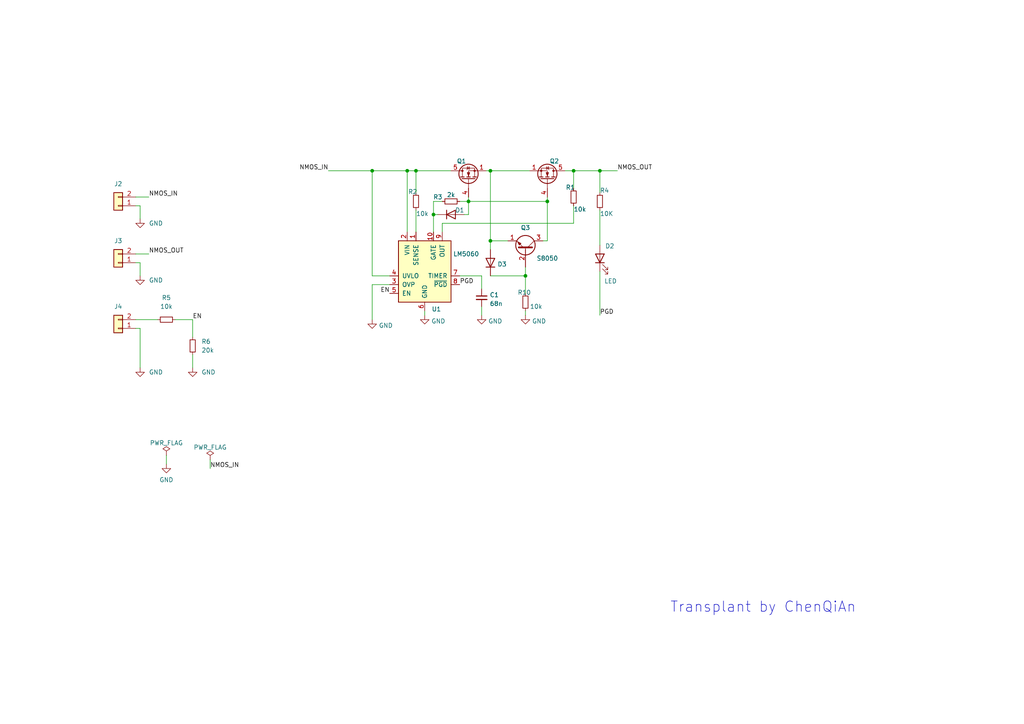
<source format=kicad_sch>
(kicad_sch (version 20211123) (generator eeschema)
  (paper "A4")
  (lib_symbols
    (symbol "Connector_Generic:Conn_01x02" (pin_names (offset 1.016) hide)
      (property "Reference" "J" (at 0 2.54 0))
      (property "Value" "Conn_01x02" (at 0 -5.08 0))
      (symbol "Conn_01x02_1_1"
        (rectangle (start -1.27 -2.413) (end 0 -2.667) (stroke (width 0.1524)))
        (rectangle (start -1.27 0.127) (end 0 -0.127) (stroke (width 0.1524)))
        (rectangle (start -1.27 1.27) (end 1.27 -3.81) (stroke (width 0.254)) (fill (type background)))
        (pin passive line (at -5.08 0 0) (length 3.81) (name "Pin_1") (number "1"))
        (pin passive line (at -5.08 -2.54 0) (length 3.81) (name "Pin_2") (number "2"))
      )
    )
    (symbol "Device:C_Small" (pin_numbers hide) (pin_names (offset 0.254) hide)
      (property "Reference" "C" (at 0.254 1.778 0))
      (property "Value" "C_Small" (at 0.254 -2.032 0))
      (symbol "C_Small_0_1"
        (polyline (pts (xy -1.524 -0.508) (xy 1.524 -0.508)) (stroke (width 0.3302)))
        (polyline (pts (xy -1.524 0.508) (xy 1.524 0.508)) (stroke (width 0.3048)))
      )
      (symbol "C_Small_1_1"
        (pin passive line (at 0 2.54 270) (length 2.032) (name "~") (number "1"))
        (pin passive line (at 0 -2.54 90) (length 2.032) (name "~") (number "2"))
      )
    )
    (symbol "Device:LED" (pin_numbers hide) (pin_names (offset 1.016) hide)
      (property "Reference" "D" (at 0 2.54 0))
      (property "Value" "LED" (at 0 -2.54 0))
      (symbol "LED_0_1"
        (polyline (pts (xy -1.27 -1.27) (xy -1.27 1.27)) (stroke (width 0.254)))
        (polyline (pts (xy -1.27 0) (xy 1.27 0)))
        (polyline (pts (xy 1.27 -1.27) (xy 1.27 1.27) (xy -1.27 0) (xy 1.27 -1.27)) (stroke (width 0.254)))
        (polyline (pts (xy -3.048 -0.762) (xy -4.572 -2.286) (xy -3.81 -2.286) (xy -4.572 -2.286) (xy -4.572 -1.524)))
        (polyline (pts (xy -1.778 -0.762) (xy -3.302 -2.286) (xy -2.54 -2.286) (xy -3.302 -2.286) (xy -3.302 -1.524)))
      )
      (symbol "LED_1_1"
        (pin passive line (at -3.81 0 0) (length 2.54) (name "K") (number "1"))
        (pin passive line (at 3.81 0 180) (length 2.54) (name "A") (number "2"))
      )
    )
    (symbol "Device:R_Small" (pin_numbers hide) (pin_names (offset 0.254) hide)
      (property "Reference" "R" (at 0.762 0.508 0))
      (property "Value" "R_Small" (at 0.762 -1.016 0))
      (symbol "R_Small_0_1"
        (rectangle (start -0.762 1.778) (end 0.762 -1.778) (stroke (width 0.2032)))
      )
      (symbol "R_Small_1_1"
        (pin passive line (at 0 2.54 270) (length 0.762) (name "~") (number "1"))
        (pin passive line (at 0 -2.54 90) (length 0.762) (name "~") (number "2"))
      )
    )
    (symbol "Diode:1N4001" (pin_numbers hide) (pin_names (offset 1.016) hide)
      (property "Reference" "D" (at 0 2.54 0))
      (property "Value" "1N4001" (at 0 -2.54 0))
      (symbol "1N4001_0_1"
        (polyline (pts (xy -1.27 1.27) (xy -1.27 -1.27)) (stroke (width 0.254)))
        (polyline (pts (xy 1.27 0) (xy -1.27 0)))
        (polyline (pts (xy 1.27 1.27) (xy 1.27 -1.27) (xy -1.27 0) (xy 1.27 1.27)) (stroke (width 0.254)))
      )
      (symbol "1N4001_1_1"
        (pin passive line (at -3.81 0 0) (length 2.54) (name "K") (number "1"))
        (pin passive line (at 3.81 0 180) (length 2.54) (name "A") (number "2"))
      )
    )
    (symbol "Power_Management:LM5060" (pin_names (offset 1.016))
      (property "Reference" "U" (at -7.62 -11.43 0))
      (property "Value" "LM5060" (at 1.27 -11.43 0))
      (symbol "LM5060_0_1"
        (rectangle (start 7.62 7.62) (end -7.62 -10.16) (stroke (width 0.254)) (fill (type background)))
      )
      (symbol "LM5060_1_0"
        (pin power_in line (at 0 -12.7 90) (length 2.54) (name "GND") (number "6"))
      )
      (symbol "LM5060_1_1"
        (pin input line (at -2.54 10.16 270) (length 2.54) (name "SENSE") (number "1"))
        (pin output line (at 2.54 10.16 270) (length 2.54) (name "GATE") (number "10"))
        (pin power_in line (at -5.08 10.16 270) (length 2.54) (name "VIN") (number "2"))
        (pin input line (at -10.16 -5.08 0) (length 2.54) (name "OVP") (number "3"))
        (pin input line (at -10.16 -2.54 0) (length 2.54) (name "UVLO") (number "4"))
        (pin input line (at -10.16 -7.62 0) (length 2.54) (name "EN") (number "5"))
        (pin input line (at 10.16 -2.54 180) (length 2.54) (name "TIMER") (number "7"))
        (pin open_collector line (at 10.16 -5.08 180) (length 2.54) (name "~{PGD}") (number "8"))
        (pin input line (at 5.08 10.16 270) (length 2.54) (name "OUT") (number "9"))
      )
    )
    (symbol "Transistor_BJT:S8050" (pin_names (offset 0) hide)
      (property "Reference" "Q" (at 5.08 1.905 0))
      (property "Value" "S8050" (at 5.08 0 0))
      (symbol "S8050_0_1"
        (polyline (pts (xy 0 0) (xy 0.635 0)))
        (polyline (pts (xy 0.635 0.635) (xy 2.54 2.54)))
        (polyline (pts (xy 0.635 -0.635) (xy 2.54 -2.54) (xy 2.54 -2.54)))
        (polyline (pts (xy 0.635 1.905) (xy 0.635 -1.905) (xy 0.635 -1.905)) (stroke (width 0.508)))
        (polyline (pts (xy 1.27 -1.778) (xy 1.778 -1.27) (xy 2.286 -2.286) (xy 1.27 -1.778) (xy 1.27 -1.778)) (fill (type outline)))
        (circle (center 1.27 0) (radius 2.8194) (stroke (width 0.254)))
      )
      (symbol "S8050_1_1"
        (pin passive line (at 2.54 -5.08 90) (length 2.54) (name "E") (number "1"))
        (pin input line (at -5.08 0 0) (length 5.08) (name "B") (number "2"))
        (pin passive line (at 2.54 5.08 270) (length 2.54) (name "C") (number "3"))
      )
    )
    (symbol "Transistor_FET:CSD18540Q5B" (pin_names hide)
      (property "Reference" "Q" (at 5.08 1.905 0))
      (property "Value" "CSD18540Q5B" (at 5.08 0 0))
      (symbol "CSD18540Q5B_0_1"
        (polyline (pts (xy 0.254 0) (xy -2.54 0)))
        (polyline (pts (xy 0.254 1.905) (xy 0.254 -1.905)) (stroke (width 0.254)))
        (polyline (pts (xy 0.762 -1.27) (xy 0.762 -2.286)) (stroke (width 0.254)))
        (polyline (pts (xy 0.762 0.508) (xy 0.762 -0.508)) (stroke (width 0.254)))
        (polyline (pts (xy 0.762 2.286) (xy 0.762 1.27)) (stroke (width 0.254)))
        (polyline (pts (xy 2.54 2.54) (xy 2.54 1.778)))
        (polyline (pts (xy 2.54 -2.54) (xy 2.54 0) (xy 0.762 0)))
        (polyline (pts (xy 0.762 -1.778) (xy 3.302 -1.778) (xy 3.302 1.778) (xy 0.762 1.778)))
        (polyline (pts (xy 1.016 0) (xy 2.032 0.381) (xy 2.032 -0.381) (xy 1.016 0)) (fill (type outline)))
        (polyline (pts (xy 2.794 0.508) (xy 2.921 0.381) (xy 3.683 0.381) (xy 3.81 0.254)))
        (polyline (pts (xy 3.302 0.381) (xy 2.921 -0.254) (xy 3.683 -0.254) (xy 3.302 0.381)))
        (circle (center 1.651 0) (radius 2.794) (stroke (width 0.254)))
        (circle (center 2.54 -1.778) (radius 0.254) (fill (type outline)))
        (circle (center 2.54 1.778) (radius 0.254) (fill (type outline)))
      )
      (symbol "CSD18540Q5B_1_1"
        (pin passive line (at 2.54 -5.08 90) (length 2.54) (name "S") (number "1"))
        (pin passive line (at 2.54 -5.08 90) (length 2.54) hide (name "S") (number "2"))
        (pin passive line (at 2.54 -5.08 90) (length 2.54) hide (name "S") (number "3"))
        (pin passive line (at -5.08 0 0) (length 2.54) (name "G") (number "4"))
        (pin passive line (at 2.54 5.08 270) (length 2.54) (name "D") (number "5"))
      )
    )
    (symbol "power:GND" (power) (pin_names (offset 0))
      (property "Value" "GND" (at 0 -3.81 0))
      (symbol "GND_0_1"
        (polyline (pts (xy 0 0) (xy 0 -1.27) (xy 1.27 -1.27) (xy 0 -2.54) (xy -1.27 -1.27) (xy 0 -1.27)))
      )
      (symbol "GND_1_1"
        (pin power_in line (at 0 0 270) (length 0) hide (name "GND") (number "1"))
      )
    )
    (symbol "power:PWR_FLAG" (power) (pin_numbers hide) (pin_names (offset 0) hide)
      (property "Value" "PWR_FLAG" (at 0 3.81 0))
      (symbol "PWR_FLAG_0_0"
        (pin power_out line (at 0 0 90) (length 0) (name "pwr") (number "1"))
      )
      (symbol "PWR_FLAG_0_1"
        (polyline (pts (xy 0 0) (xy 0 1.27) (xy -1.016 1.905) (xy 0 2.54) (xy 1.016 1.905) (xy 0 1.27)))
      )
    )
  )
  (junction (at 125.73 62.23))
  (junction (at 120.65 49.53))
  (junction (at 152.4 80.01))
  (junction (at 166.37 49.53))
  (junction (at 142.24 49.53))
  (junction (at 158.75 58.42))
  (junction (at 118.11 49.53))
  (junction (at 107.95 49.53))
  (junction (at 173.99 49.53))
  (junction (at 135.89 58.42))
  (junction (at 142.24 69.85))
  (wire (pts (xy 173.99 60.96) (xy 173.99 71.12)))
  (wire (pts (xy 152.4 90.17) (xy 152.4 91.44)))
  (wire (pts (xy 125.73 62.23) (xy 125.73 67.31)))
  (wire (pts (xy 123.19 90.17) (xy 123.19 91.44)))
  (wire (pts (xy 163.83 49.53) (xy 166.37 49.53)))
  (wire (pts (xy 139.7 80.01) (xy 139.7 83.82)))
  (wire (pts (xy 39.37 73.66) (xy 43.18 73.66)))
  (wire (pts (xy 48.26 132.08) (xy 48.26 134.62)))
  (wire (pts (xy 107.95 49.53) (xy 107.95 80.01)))
  (wire (pts (xy 39.37 92.71) (xy 45.72 92.71)))
  (wire (pts (xy 142.24 49.53) (xy 142.24 69.85)))
  (wire (pts (xy 139.7 88.9) (xy 139.7 91.44)))
  (wire (pts (xy 166.37 49.53) (xy 166.37 54.61)))
  (wire (pts (xy 125.73 62.23) (xy 127 62.23)))
  (wire (pts (xy 142.24 49.53) (xy 153.67 49.53)))
  (wire (pts (xy 142.24 69.85) (xy 142.24 72.39)))
  (wire (pts (xy 60.96 133.35) (xy 60.96 135.89)))
  (wire (pts (xy 166.37 59.69) (xy 166.37 64.77)))
  (wire (pts (xy 128.27 58.42) (xy 125.73 58.42)))
  (wire (pts (xy 120.65 60.96) (xy 120.65 67.31)))
  (wire (pts (xy 142.24 80.01) (xy 152.4 80.01)))
  (wire (pts (xy 120.65 49.53) (xy 120.65 55.88)))
  (wire (pts (xy 157.48 69.85) (xy 158.75 69.85)))
  (wire (pts (xy 39.37 57.15) (xy 43.18 57.15)))
  (wire (pts (xy 158.75 58.42) (xy 158.75 57.15)))
  (wire (pts (xy 118.11 49.53) (xy 118.11 67.31)))
  (wire (pts (xy 107.95 49.53) (xy 118.11 49.53)))
  (wire (pts (xy 125.73 58.42) (xy 125.73 62.23)))
  (wire (pts (xy 134.62 62.23) (xy 135.89 62.23)))
  (wire (pts (xy 40.64 63.5) (xy 40.64 59.69)))
  (wire (pts (xy 120.65 49.53) (xy 130.81 49.53)))
  (wire (pts (xy 55.88 92.71) (xy 55.88 97.79)))
  (wire (pts (xy 40.64 80.01) (xy 40.64 76.2)))
  (wire (pts (xy 142.24 69.85) (xy 147.32 69.85)))
  (wire (pts (xy 107.95 80.01) (xy 113.03 80.01)))
  (wire (pts (xy 128.27 64.77) (xy 166.37 64.77)))
  (wire (pts (xy 128.27 64.77) (xy 128.27 67.31)))
  (wire (pts (xy 140.97 49.53) (xy 142.24 49.53)))
  (wire (pts (xy 135.89 62.23) (xy 135.89 58.42)))
  (wire (pts (xy 50.8 92.71) (xy 55.88 92.71)))
  (wire (pts (xy 152.4 80.01) (xy 152.4 85.09)))
  (wire (pts (xy 158.75 69.85) (xy 158.75 58.42)))
  (wire (pts (xy 40.64 59.69) (xy 39.37 59.69)))
  (wire (pts (xy 173.99 49.53) (xy 179.07 49.53)))
  (wire (pts (xy 152.4 80.01) (xy 152.4 77.47)))
  (wire (pts (xy 173.99 78.74) (xy 173.99 91.44)))
  (wire (pts (xy 166.37 49.53) (xy 173.99 49.53)))
  (wire (pts (xy 135.89 58.42) (xy 135.89 57.15)))
  (wire (pts (xy 40.64 106.68) (xy 40.64 95.25)))
  (wire (pts (xy 118.11 49.53) (xy 120.65 49.53)))
  (wire (pts (xy 40.64 95.25) (xy 39.37 95.25)))
  (wire (pts (xy 133.35 80.01) (xy 139.7 80.01)))
  (wire (pts (xy 173.99 49.53) (xy 173.99 55.88)))
  (wire (pts (xy 40.64 76.2) (xy 39.37 76.2)))
  (wire (pts (xy 133.35 58.42) (xy 135.89 58.42)))
  (wire (pts (xy 107.95 82.55) (xy 107.95 92.71)))
  (wire (pts (xy 95.25 49.53) (xy 107.95 49.53)))
  (wire (pts (xy 135.89 58.42) (xy 158.75 58.42)))
  (wire (pts (xy 55.88 102.87) (xy 55.88 106.68)))
  (wire (pts (xy 113.03 82.55) (xy 107.95 82.55)))
  (text "Transplant by ChenQiAn" (at 194.31 177.927 0) (effects (font (size 3 3)) (justify left bottom)))
  (label "NMOS_OUT" (at 179.07 49.53 0))
  (label "EN" (at 55.88 92.71 0))
  (label "NMOS_IN" (at 43.18 57.15 0))
  (label "NMOS_OUT" (at 43.18 73.66 0))
  (label "NMOS_IN" (at 95.25 49.53 180))
  (label "EN" (at 113.03 85.09 180))
  (label "PGD" (at 133.35 82.55 0))
  (label "PGD" (at 173.99 91.44 0))
  (label "NMOS_IN" (at 60.96 135.89 0))
  (symbol (lib_id "power:GND") (at 107.95 92.71 0) (mirror y) (unit 1)
    (property "Reference" "#PWR09" (effects hide))
    (property "Value" "GND" (at 109.855 94.4138 0) (effects (justify right)))
  )
  (symbol (lib_id "Power_Management:LM5060") (at 123.19 77.47 0) (unit 1)
    (property "Reference" "U1" (at 125.2094 89.6604 0) (effects (justify left)))
    (property "Value" "LM5060" (at 131.445 73.66 0) (effects (justify left)))
    (property "Footprint" "Package_SO:MSOP-10_3x3mm_P0.5mm" (effects hide))
    (property "Datasheet" "http://www.ti.com/lit/ds/symlink/lm5060.pdf" (effects hide))
  )
  (symbol (lib_id "Device:C_Small") (at 139.7 86.36 0) (unit 1)
    (property "Reference" "C1" (at 142.0241 85.5316 0) (effects (justify left)))
    (property "Value" "68n" (at 142.0241 88.0685 0) (effects (justify left)))
    (property "Footprint" "Capacitor_SMD:C_0603_1608Metric" (effects hide))
  )
  (symbol (lib_id "Transistor_FET:CSD18540Q5B") (at 135.89 52.07 90) (unit 1)
    (property "Reference" "Q1" (at 133.858 46.736 90))
    (property "Value" "CSD18540Q5B" (effects hide))
    (property "Footprint" "Package_TO_SOT_SMD:TDSON-8-1" (effects hide))
    (property "Datasheet" "http://www.ti.com/lit/gpn/csd18540q5b" (effects hide))
  )
  (symbol (lib_id "Connector_Generic:Conn_01x02") (at 34.29 95.25 180) (unit 1)
    (property "Reference" "J4" (at 34.29 88.9 0))
    (property "Value" "Conn_01x02" (effects hide))
    (property "Footprint" "Connector_AMASS:AMASS_XT30PW-M_1x02_P2.50mm_Horizontal" (effects hide))
  )
  (symbol (lib_id "Transistor_BJT:S8050") (at 152.4 72.39 270) (mirror x) (unit 1)
    (property "Reference" "Q3" (at 152.4 66.04 90))
    (property "Value" "S8050" (at 158.75 74.93 90))
    (property "Footprint" "Package_TO_SOT_SMD:SOT-23" (effects hide))
    (property "Datasheet" "http://www.unisonic.com.tw/datasheet/S8050.pdf" (effects hide))
  )
  (symbol (lib_id "power:GND") (at 139.7 91.44 0) (mirror y) (unit 1)
    (property "Reference" "#PWR06" (effects hide))
    (property "Value" "GND" (at 141.605 93.1438 0) (effects (justify right)))
  )
  (symbol (lib_id "Device:R_Small") (at 120.65 58.42 0) (unit 1)
    (property "Reference" "R2" (at 118.364 55.626 0) (effects (justify left)))
    (property "Value" "10k" (at 120.65 61.976 0) (effects (justify left)))
    (property "Footprint" "Resistor_SMD:R_0603_1608Metric" (effects hide))
  )
  (symbol (lib_id "power:GND") (at 152.4 91.44 0) (mirror y) (unit 1)
    (property "Reference" "#PWR07" (effects hide))
    (property "Value" "GND" (at 154.305 93.1438 0) (effects (justify right)))
  )
  (symbol (lib_id "Connector_Generic:Conn_01x02") (at 34.29 76.2 180) (unit 1)
    (property "Reference" "J3" (at 34.29 69.85 0))
    (property "Value" "Conn_01x02" (effects hide))
    (property "Footprint" "Connector_AMASS:AMASS_XT30PW-F_1x02_P2.50mm_Horizontal" (effects hide))
  )
  (symbol (lib_id "power:GND") (at 123.19 91.44 0) (mirror y) (unit 1)
    (property "Reference" "#PWR05" (effects hide))
    (property "Value" "GND" (at 125.095 93.1438 0) (effects (justify right)))
  )
  (symbol (lib_id "power:GND") (at 48.26 134.62 0) (unit 1)
    (property "Reference" "#PWR011" (effects hide))
    (property "Value" "GND" (at 48.26 139.1825 0))
  )
  (symbol (lib_id "power:PWR_FLAG") (at 60.96 133.35 0) (unit 1)
    (property "Reference" "#FLG02" (effects hide))
    (property "Value" "PWR_FLAG" (at 60.96 129.7455 0))
  )
  (symbol (lib_id "Connector_Generic:Conn_01x02") (at 34.29 59.69 180) (unit 1)
    (property "Reference" "J2" (at 34.29 53.34 0))
    (property "Value" "Conn_01x02" (effects hide))
    (property "Footprint" "Connector_AMASS:AMASS_XT30PW-M_1x02_P2.50mm_Horizontal" (effects hide))
  )
  (symbol (lib_id "Device:R_Small") (at 55.88 100.33 180) (unit 1)
    (property "Reference" "R6" (at 58.42 99.0599 0) (effects (justify right)))
    (property "Value" "20k" (at 58.42 101.5999 0) (effects (justify right)))
    (property "Footprint" "Resistor_SMD:R_0603_1608Metric" (effects hide))
  )
  (symbol (lib_id "Device:R_Small") (at 173.99 58.42 0) (unit 1)
    (property "Reference" "R4" (at 173.99 55.245 0) (effects (justify left)))
    (property "Value" "10K" (at 173.99 61.976 0) (effects (justify left)))
    (property "Footprint" "Resistor_SMD:R_0603_1608Metric" (effects hide))
  )
  (symbol (lib_id "power:PWR_FLAG") (at 48.26 132.08 0) (unit 1)
    (property "Reference" "#FLG01" (effects hide))
    (property "Value" "PWR_FLAG" (at 48.26 128.4755 0))
  )
  (symbol (lib_id "power:GND") (at 40.64 80.01 0) (unit 1)
    (property "Reference" "#PWR04" (effects hide))
    (property "Value" "GND" (at 43.18 81.2799 0) (effects (justify left)))
  )
  (symbol (lib_id "Device:LED") (at 173.99 74.93 90) (unit 1)
    (property "Reference" "D2" (at 175.514 71.374 90) (effects (justify right)))
    (property "Value" "LED" (at 175.26 81.534 90) (effects (justify right)))
    (property "Footprint" "LED_SMD:LED_0603_1608Metric" (effects hide))
  )
  (symbol (lib_id "Diode:1N4001") (at 130.81 62.23 0) (unit 1)
    (property "Reference" "D1" (at 133.35 60.96 0))
    (property "Value" "1N4001" (effects hide))
    (property "Footprint" "Diode_SMD:D_SOD-323" (effects hide))
    (property "Datasheet" "http://www.vishay.com/docs/88503/1n4001.pdf" (effects hide))
  )
  (symbol (lib_id "Device:R_Small") (at 152.4 87.63 0) (unit 1)
    (property "Reference" "R10" (at 150.114 84.836 0) (effects (justify left)))
    (property "Value" "10k" (at 153.67 88.9 0) (effects (justify left)))
    (property "Footprint" "Resistor_SMD:R_0603_1608Metric" (effects hide))
  )
  (symbol (lib_id "power:GND") (at 40.64 63.5 0) (unit 1)
    (property "Reference" "#PWR03" (effects hide))
    (property "Value" "GND" (at 43.18 64.7699 0) (effects (justify left)))
  )
  (symbol (lib_id "power:GND") (at 40.64 106.68 0) (unit 1)
    (property "Reference" "#PWR010" (effects hide))
    (property "Value" "GND" (at 43.18 107.9499 0) (effects (justify left)))
  )
  (symbol (lib_id "power:GND") (at 55.88 106.68 0) (unit 1)
    (property "Reference" "#PWR01" (effects hide))
    (property "Value" "GND" (at 58.42 107.9499 0) (effects (justify left)))
  )
  (symbol (lib_id "Device:R_Small") (at 130.81 58.42 90) (unit 1)
    (property "Reference" "R3" (at 127 57.15 90))
    (property "Value" "2k" (at 130.81 56.515 90))
    (property "Footprint" "Resistor_SMD:R_0603_1608Metric" (effects hide))
  )
  (symbol (lib_id "Transistor_FET:CSD18540Q5B") (at 158.75 52.07 270) (mirror x) (unit 1)
    (property "Reference" "Q2" (at 160.782 46.736 90))
    (property "Value" "CSD18540Q5B" (effects hide))
    (property "Footprint" "Package_TO_SOT_SMD:TDSON-8-1" (effects hide))
    (property "Datasheet" "http://www.ti.com/lit/gpn/csd18540q5b" (effects hide))
  )
  (symbol (lib_id "Device:R_Small") (at 166.37 57.15 0) (unit 1)
    (property "Reference" "R1" (at 164.084 54.356 0) (effects (justify left)))
    (property "Value" "10k" (at 166.37 60.706 0) (effects (justify left)))
    (property "Footprint" "Resistor_SMD:R_0603_1608Metric" (effects hide))
  )
  (symbol (lib_id "Device:R_Small") (at 48.26 92.71 90) (unit 1)
    (property "Reference" "R5" (at 48.26 86.36 90))
    (property "Value" "10k" (at 48.26 88.9 90))
    (property "Footprint" "Resistor_SMD:R_0603_1608Metric" (effects hide))
  )
  (symbol (lib_id "Diode:1N4001") (at 142.24 76.2 90) (unit 1)
    (property "Reference" "D3" (at 144.272 76.6338 90) (effects (justify right)))
    (property "Value" "1N4001" (effects hide))
    (property "Footprint" "Diode_SMD:D_SOD-323" (effects hide))
    (property "Datasheet" "http://www.vishay.com/docs/88503/1n4001.pdf" (effects hide))
  )
)
</source>
